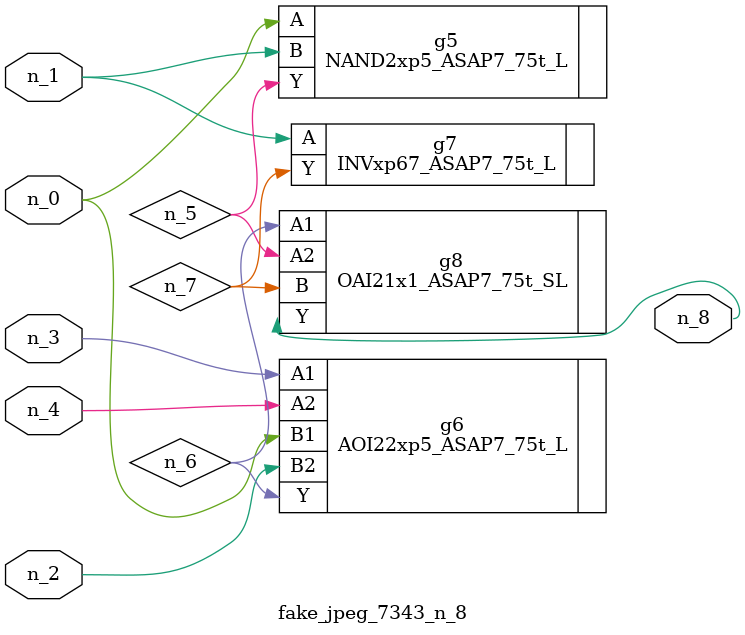
<source format=v>
module fake_jpeg_7343_n_8 (n_3, n_2, n_1, n_0, n_4, n_8);

input n_3;
input n_2;
input n_1;
input n_0;
input n_4;

output n_8;

wire n_6;
wire n_5;
wire n_7;

NAND2xp5_ASAP7_75t_L g5 ( 
.A(n_0),
.B(n_1),
.Y(n_5)
);

AOI22xp5_ASAP7_75t_L g6 ( 
.A1(n_3),
.A2(n_4),
.B1(n_0),
.B2(n_2),
.Y(n_6)
);

INVxp67_ASAP7_75t_L g7 ( 
.A(n_1),
.Y(n_7)
);

OAI21x1_ASAP7_75t_SL g8 ( 
.A1(n_6),
.A2(n_5),
.B(n_7),
.Y(n_8)
);


endmodule
</source>
